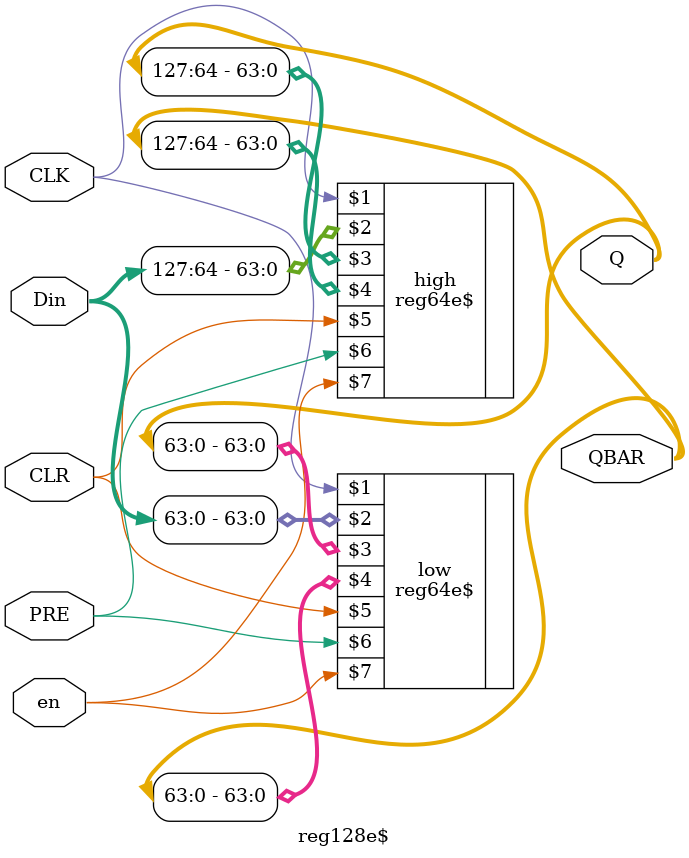
<source format=v>
module fetch (
    input clk, set, reset,
    input [31:0] EIP,
    input [127:0] icache_data,
    input icache_ready,
    input [31:0] jmp_fp, trap_fp,
    input [15:0] CS,
    input [1:0] fp_mux,
    input load_eip,

    output [31:0] EIP_OUT,
    output [15:0] CS_OUT,
    output icache_en,
    output [31:0] icache_address,
    output segment_limit_exception,
    output [127:0] IR_OUT,

    output [3:0] instr_length_updt,
    output [15:0] opcode,
    output [1:0] prefix_size,
    output prefix_present, segment_override, operand_override, repeat_prefix,
    output modrm_present, imm_present,
    output [1:0] imm_size,
    output sib_present, disp_present, disp_size,
    output [3:0] imm_sel,
    output [2:0] disp_sel,
    output offset_present,
    output opcode_size,
    output [1:0] offset_size,
    output [2:0] segID,
    output [7:0] modrm, sib,
    output [2:0] modrm_sel
);

   //The four buffers for the fetch unit
   wire [127:0]  FE_buf_0_in, FE_buf_1_in, FE_buf_2_in, FE_buf_3_in;	//the buffer register inputs
   wire [127:0]  FE_buf_0_out, FE_buf_1_out, FE_buf_2_out, FE_buf_3_out;
   wire 	 FE_buf_0_en, FE_buf_1_en, FE_buf_2_en, FE_buf_3_en;
   wire [127:0] IR;

   assign FE_buf_0_en = 1;
   assign FE_buf_1_en = 1;
   assign FE_buf_2_en = 1;
   assign FE_buf_3_en = 1;
   assign FE_buf_3_in = 128'h0F6FEB254B212F9681773D090CDB1283;
   assign FE_buf_2_in = 128'h7E6D39201F21D32285BC148878235B49;
   assign FE_buf_1_in = 128'h0F6FEB254B212F9681773D090CDB1283;
   assign FE_buf_0_in = 128'h7E6D39201F21D32285BC148878235B49;
   reg128e$ u_FE_buf_0(clk, FE_buf_0_in, FE_buf_0_out, , reset, set, FE_buf_0_en);
   reg128e$ u_FE_buf_1(clk, FE_buf_1_in, FE_buf_1_out, , reset, set, FE_buf_1_en);
   reg128e$ u_FE_buf_2(clk, FE_buf_2_in, FE_buf_2_out, , reset, set,FE_buf_2_en);
   reg128e$ u_FE_buf_3(clk, FE_buf_3_in, FE_buf_3_out, , reset, set, FE_buf_3_en);

   wire [5:0] read_ptr;

   assign IR_OUT = IR;
   wire [31:0] read_ptr_out;
   wire [31:0] read_ptr_in;
   //temporary read_ptr assign until the fetch is finished
   //Values of the fetch buffers until the fetch unit is finished
   FE_full_shifter FE_full_shifter1 (FE_buf_0_out, FE_buf_1_out, FE_buf_2_out, FE_buf_3_out, read_ptr, IR);

   adder32_w_carry_in add_read_ptr (read_ptr_in, ,{26'h0, read_ptr}, {28'b0, instr_length_updt}, 1'b0);
   reg32e$ IR_2(clk, read_ptr_in, read_ptr_out, ,set, reset, 1'b1);
   assign read_ptr = read_ptr_out[5:0];


   decode_stage1 u_decode_stage1 (clk, set, reset,
      IR, ,
      instr_length_updt,
      opcode,
      prefix_size,
      prefix_present, segment_override, operand_override, repeat_prefix,
      modrm_present, imm_present,
      imm_size,
      sib_present, disp_present, disp_size,
      imm_sel,
      disp_sel,
      offset_present,
      opcode_size,
      offset_size,
      segID,
      modrm, sib,
      modrm_sel
  );
   
endmodule

module FE_full_shifter(
    input [127:0] A, B, C, D,
	input [5:0] address,
	output [127:0] OutputA
);

assign dir = 0;
wire [127:0] AB_out, BC_out, CD_out, DA_out;

shift128$ AB(A, B, dir, address[3:0], AB_out);
shift128$ BC(B, C, dir, address[3:0], BC_out);
shift128$ CD(C, D, dir, address[3:0], CD_out);
shift128$ DA(D, A, dir, address[3:0], DA_out);

mux4_128$ selector(OutputA, AB_out, BC_out, CD_out, DA_out, address[4], address[5]);
	
endmodule


module shift128$(
    input [127:0] Din_low,
    input [127:0] Din_high,
    input dir,
    input [3:0] amnt,
    output [127:0] Dout
);


wire [127:0] array [15:0];
wire [127:0] mux_array [3:0];

//genvar i;
//generate
//for(i=0;i<16;i=i+1)
//  begin : generate_loop
//  //Allowed since i is constant when the loop is unrolled
//  assign array[i] = {Din_high[127-i*8:0], Din_low[127:127-i*8]};
//  end
//    endgenerate

assign array[0] = {Din_high[127:0]};
assign array[1] = {Din_high[119:0], Din_low[127:120]};
assign array[2] = {Din_high[111:0], Din_low[127:112]};
assign array[3] = {Din_high[103:0], Din_low[127:104]};
assign array[4] = {Din_high[95:0], Din_low[127:96]};
assign array[5] = {Din_high[87:0], Din_low[127:88]};
assign array[6] = {Din_high[79:0], Din_low[127:80]};
assign array[7] = {Din_high[71:0], Din_low[127:72]};
assign array[8] = {Din_high[63:0], Din_low[127:64]};
assign array[9] = {Din_high[55:0], Din_low[127:56]};
assign array[10] = {Din_high[47:0], Din_low[127:48]};
assign array[11] = {Din_high[39:0], Din_low[127:40]};
assign array[12] = {Din_high[31:0], Din_low[127:32]};
assign array[13] = {Din_high[23:0], Din_low[127:24]};
assign array[14] = {Din_high[15:0], Din_low[127:16]};
assign array[15] = {Din_high[7:0], Din_low[127:8]};

//muxes to select shifted value, first round of muxes
mux4_128$ mux1 (mux_array[0],array[0],array[1],array[2],array[3],amnt[0],amnt[1]);
mux4_128$ mux2 (mux_array[1],array[4],array[5],array[6],array[7],amnt[0],amnt[1]);
mux4_128$ mux3 (mux_array[2],array[8],array[9],array[10],array[11],amnt[0],amnt[1]);
mux4_128$ mux4 (mux_array[3],array[12],array[13],array[14],array[15],amnt[0],amnt[1]);

//last round of muxes
mux4_128$ mux5 (Dout,mux_array[0],mux_array[1],mux_array[2],mux_array[3],amnt[2],amnt[3]);
	

endmodule

module mux4_128$(
    output [127:0] Y,
	input [127:0] IN0,
    input [127:0] IN1, 
    input [127:0] IN2,
    input [127:0] IN3,
	input S0, 
    input S1
);
//genvar i;
//generate
//for(i=0;i<16;i=i+1)
//  begin : generate_loop
//	mux4_8$ mux6 (Y[i*8 +7:i*8], IN0[i*8 +7:i*8], IN1[i*8 +7:i*8], IN2[i*8 +7:i*8], IN3[i*8 +7:i*8],
//			S0, S1);
//  end
//  endgenerate
mux4_8$ mux1 (Y[127:120], IN0[127:120], IN1[127:120], IN2[127:120], IN3[127:120], S0, S1);
mux4_8$ mux2 (Y[119:112], IN0[119:112], IN1[119:112], IN2[119:112], IN3[119:112], S0, S1);
mux4_8$ mux3 (Y[111:104], IN0[111:104], IN1[111:104], IN2[111:104], IN3[111:104], S0, S1);
mux4_8$ mux4 (Y[103:96], IN0[103:96], IN1[103:96], IN2[103:96], IN3[103:96], S0, S1);
mux4_8$ mux5 (Y[95:88], IN0[95:88], IN1[95:88], IN2[95:88], IN3[95:88], S0, S1);
mux4_8$ mux6 (Y[87:80], IN0[87:80], IN1[87:80], IN2[87:80], IN3[87:80], S0, S1);
mux4_8$ mux7 (Y[79:72], IN0[79:72], IN1[79:72], IN2[79:72], IN3[79:72], S0, S1);
mux4_8$ mux8 (Y[71:64], IN0[71:64], IN1[71:64], IN2[71:64], IN3[71:64], S0, S1);
mux4_8$ mux9 (Y[63:56], IN0[63:56], IN1[63:56], IN2[63:56], IN3[63:56], S0, S1);
mux4_8$ mux10 (Y[55:48], IN0[55:48], IN1[55:48], IN2[55:48], IN3[55:48], S0, S1);
mux4_8$ mux11 (Y[47:40], IN0[47:40], IN1[47:40], IN2[47:40], IN3[47:40], S0, S1);
mux4_8$ mux12 (Y[39:32], IN0[39:32], IN1[39:32], IN2[39:32], IN3[39:32], S0, S1);
mux4_8$ mux13 (Y[31:24], IN0[31:24], IN1[31:24], IN2[31:24], IN3[31:24], S0, S1);
mux4_8$ mux14 (Y[23:16], IN0[23:16], IN1[23:16], IN2[23:16], IN3[23:16], S0, S1);
mux4_8$ mux15 (Y[15:8], IN0[15:8], IN1[15:8], IN2[15:8], IN3[15:8], S0, S1);
mux4_8$ mux16 (Y[7:0], IN0[7:0], IN1[7:0], IN2[7:0], IN3[7:0], S0, S1);

endmodule


module reg128e$(
    input CLK,
    input [127:0] Din,
    output [127:0] Q,
    output [127:0] QBAR,
    input CLR,
    input PRE,
    input en
);

reg64e$ low(CLK, Din[63:0], Q[63:0], QBAR[63:0], CLR, PRE, en);
reg64e$ high(CLK, Din[127:64], Q[127:64], QBAR[127:64], CLR, PRE, en);

endmodule



</source>
